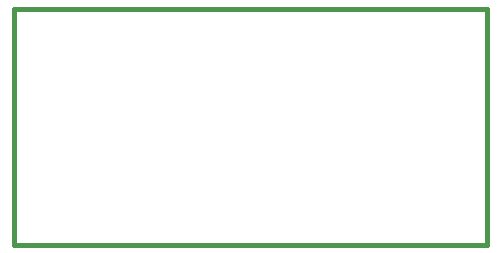
<source format=gbr>
G04 (created by PCBNEW-RS274X (2012-01-19 BZR 3256)-stable) date 3/25/2013 8:41:05 PM*
G01*
G70*
G90*
%MOIN*%
G04 Gerber Fmt 3.4, Leading zero omitted, Abs format*
%FSLAX34Y34*%
G04 APERTURE LIST*
%ADD10C,0.006000*%
%ADD11C,0.015000*%
G04 APERTURE END LIST*
G54D10*
G54D11*
X15748Y-21654D02*
X15748Y-13780D01*
X31496Y-21654D02*
X15748Y-21654D01*
X31496Y-13780D02*
X31496Y-21654D01*
X15748Y-13780D02*
X31496Y-13780D01*
M02*

</source>
